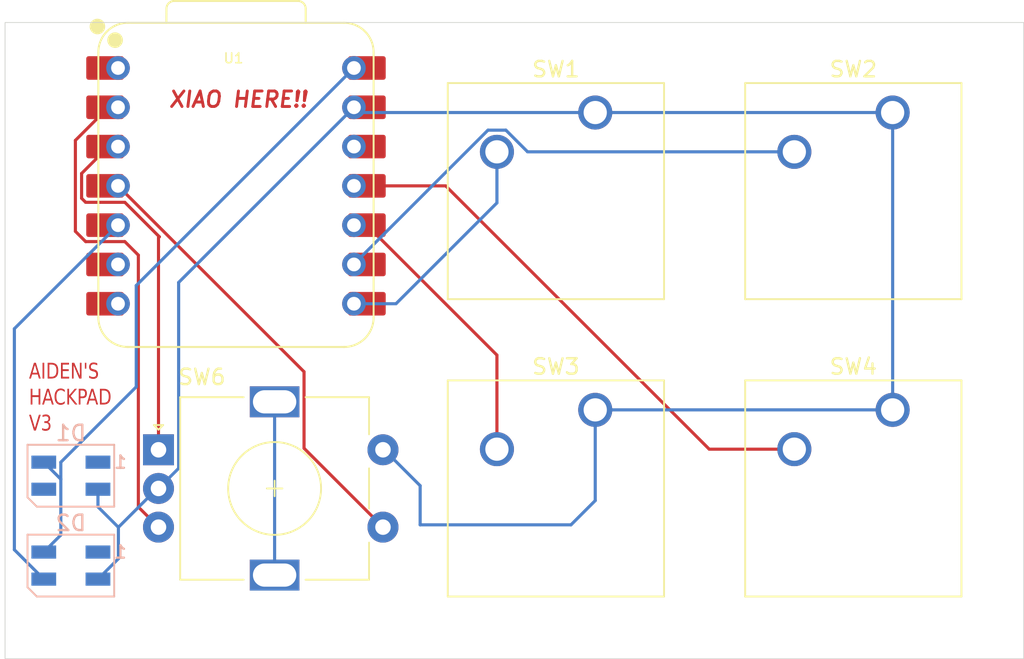
<source format=kicad_pcb>
(kicad_pcb (version 20241229) (generator "pcbnew") (generator_version "9.0")
  (layers (0 "F.Cu" signal) (2 "B.Cu" signal) (13 "F.Paste" user) (15 "B.Paste" user) (5 "F.SilkS" user "F.Silkscreen") (7 "B.SilkS" user "B.Silkscreen") (1 "F.Mask" user) (3 "B.Mask" user) (25 "Edge.Cuts" user))
  (net 0 "")
  (net 1 "GND")
  (net 3 "+5V")
  (net 5 "Net-(D2-DIN)")
  (net 7 "Net-(U1-GPIO1{slash}RX)")
  (net 8 "Net-(U1-GPIO2{slash}SCK)")
  (net 9 "Net-(U1-GPIO4{slash}MISO)")
  (net 10 "Net-(U1-GPIO3{slash}MOSI)")
  (net 14 "Net-(U1-GPIO27{slash}ADC1{slash}A1)")
  (net 15 "Net-(U1-GPIO29{slash}ADC3{slash}A3)")
  (net 16 "Net-(U1-GPIO28{slash}ADC2{slash}A2)")
  (net 18 "unconnected-(SW6-PadMP)")
  (footprint "Rotary_Encoder:RotaryEncoder_Alps_EC11E-Switch_Vertical_H20mm" (layer "F.Cu") (at 64.74 104.2)
    (property "Reference" "SW6" (at 2.8 -4.7 0) (layer "F.SilkS"))
    (property "Value" "RotaryEncoder_Switch_MP")
    (fp_line (start -0.3 -1.6) (end 0.3 -1.6) (stroke (width 0.12)) (layer "F.SilkS"))
    (fp_line (start 0 -1.3) (end -0.3 -1.6) (stroke (width 0.12)) (layer "F.SilkS"))
    (fp_line (start 0.3 -1.6) (end 0 -1.3) (stroke (width 0.12)) (layer "F.SilkS"))
    (fp_line (start 1.4 -3.4) (end 1.4 8.4) (stroke (width 0.12)) (layer "F.SilkS"))
    (fp_line (start 5.5 -3.4) (end 1.4 -3.4) (stroke (width 0.12)) (layer "F.SilkS"))
    (fp_line (start 5.5 8.4) (end 1.4 8.4) (stroke (width 0.12)) (layer "F.SilkS"))
    (fp_line (start 7 2.5) (end 8 2.5) (stroke (width 0.12)) (layer "F.SilkS"))
    (fp_line (start 7.5 2) (end 7.5 3) (stroke (width 0.12)) (layer "F.SilkS"))
    (fp_line (start 9.5 -3.4) (end 13.6 -3.4) (stroke (width 0.12)) (layer "F.SilkS"))
    (fp_line (start 13.6 -3.4) (end 13.6 -1) (stroke (width 0.12)) (layer "F.SilkS"))
    (fp_line (start 13.6 1.2) (end 13.6 3.8) (stroke (width 0.12)) (layer "F.SilkS"))
    (fp_line (start 13.6 6) (end 13.6 8.4) (stroke (width 0.12)) (layer "F.SilkS"))
    (fp_line (start 13.6 8.4) (end 9.5 8.4) (stroke (width 0.12)) (layer "F.SilkS"))
    (fp_circle (center 7.5 2.5) (end 10.5 2.5) (stroke (width 0.12)) (fill no) (layer "F.SilkS"))
    (pad "A" thru_hole rect (at 0 0) (size 2 2) (drill 1) (layers "*.Cu" "*.Mask") (net 16 "Net-(U1-GPIO28{slash}ADC2{slash}A2)"))
    (pad "B" thru_hole circle (at 0 5) (size 2 2) (drill 1) (layers "*.Cu" "*.Mask") (net 14 "Net-(U1-GPIO27{slash}ADC1{slash}A1)"))
    (pad "C" thru_hole circle (at 0 2.5) (size 2 2) (drill 1) (layers "*.Cu" "*.Mask") (net 1 "GND"))
    (pad "MP" thru_hole rect (at 7.5 -3.1) (size 3.2 2) (drill oval 2.8 1.5) (layers "*.Cu" "*.Mask") (net 18 "unconnected-(SW6-PadMP)"))
    (pad "MP" thru_hole rect (at 7.5 8.1) (size 3.2 2) (drill oval 2.8 1.5) (layers "*.Cu" "*.Mask") (net 18 "unconnected-(SW6-PadMP)"))
    (pad "S1" thru_hole circle (at 14.5 5) (size 2 2) (drill 1) (layers "*.Cu" "*.Mask") (net 15 "Net-(U1-GPIO29{slash}ADC3{slash}A3)"))
    (pad "S2" thru_hole circle (at 14.5 0) (size 2 2) (drill 1) (layers "*.Cu" "*.Mask") (net 1 "GND"))
  )
  (footprint "OPL:XIAO-RP2040-DIP" (layer "F.Cu") (at 69.745 87.14)
    (property "Reference" "U1" (at -0.16 -8.25 0) (layer "F.SilkS") (effects (font (size 0.635 0.635) (thickness 0.1016))))
    (property "Value" "XIAO-RP2040-DIP")
    (fp_line (start -8.89 8.509) (end -8.89 -8.636) (stroke (width 0.127)) (layer "F.SilkS"))
    (fp_line (start -6.985 10.414) (end 6.985 10.414) (stroke (width 0.127)) (layer "F.SilkS"))
    (fp_line (start -4.495 -10.541) (end -4.491272 -11.451272) (stroke (width 0.127)) (layer "F.SilkS"))
    (fp_line (start -3.991272 -11.951) (end 4.004 -11.951) (stroke (width 0.127)) (layer "F.SilkS"))
    (fp_line (start 4.504 -11.451) (end 4.504 -10.541) (stroke (width 0.127)) (layer "F.SilkS"))
    (fp_line (start 6.985 -10.541) (end -6.985 -10.541) (stroke (width 0.1)) (layer "F.SilkS"))
    (fp_line (start 6.985 -10.541) (end -6.985 -10.541) (stroke (width 0.127)) (layer "F.SilkS"))
    (fp_line (start 8.89 8.509) (end 8.89 -8.636) (stroke (width 0.127)) (layer "F.SilkS"))
    (fp_arc (start -8.89 -8.636) (mid -8.332038 -9.983038) (end -6.985 -10.541) (stroke (width 0.127)) (layer "F.SilkS"))
    (fp_arc (start -6.985 10.414) (mid -8.332038 9.856038) (end -8.89 8.509) (stroke (width 0.127)) (layer "F.SilkS"))
    (fp_arc (start -4.491272 -11.451272) (mid -4.344728 -11.80464) (end -3.991272 -11.951) (stroke (width 0.127)) (layer "F.SilkS"))
    (fp_arc (start 4.004 -11.951) (mid 4.357553 -11.804553) (end 4.504 -11.451) (stroke (width 0.127)) (layer "F.SilkS"))
    (fp_arc (start 6.985 -10.541) (mid 8.332038 -9.983038) (end 8.89 -8.636) (stroke (width 0.127)) (layer "F.SilkS"))
    (fp_arc (start 8.89 8.509) (mid 8.332038 9.856038) (end 6.985 10.414) (stroke (width 0.127)) (layer "F.SilkS"))
    (fp_circle (center -8.95 -10.3) (end -8.95 -10.554) (stroke (width 0.5)) (fill yes) (layer "F.SilkS"))
    (fp_circle (center -7.807 -9.42) (end -7.807 -9.674) (stroke (width 0.5)) (fill yes) (layer "F.SilkS"))
    (pad "1" smd roundrect (at -8.455 -7.62 180) (size 2.432 1.524) (layers "F.Cu" "F.Mask") (roundrect_rratio 0.1))
    (pad "1" thru_hole circle (at -7.62 -7.62 180) (size 1.524 1.524) (drill 0.889) (layers "*.Cu" "*.Mask"))
    (pad "2" smd roundrect (at -8.455 -5.08 180) (size 2.432 1.524) (layers "F.Cu" "F.Mask") (roundrect_rratio 0.1) (net 14 "Net-(U1-GPIO27{slash}ADC1{slash}A1)"))
    (pad "2" thru_hole circle (at -7.62 -5.08 180) (size 1.524 1.524) (drill 0.889) (layers "*.Cu" "*.Mask") (net 14 "Net-(U1-GPIO27{slash}ADC1{slash}A1)"))
    (pad "3" smd roundrect (at -8.455 -2.54 180) (size 2.432 1.524) (layers "F.Cu" "F.Mask") (roundrect_rratio 0.1) (net 16 "Net-(U1-GPIO28{slash}ADC2{slash}A2)"))
    (pad "3" thru_hole circle (at -7.62 -2.54 180) (size 1.524 1.524) (drill 0.889) (layers "*.Cu" "*.Mask") (net 16 "Net-(U1-GPIO28{slash}ADC2{slash}A2)"))
    (pad "4" smd roundrect (at -8.455 0 180) (size 2.432 1.524) (layers "F.Cu" "F.Mask") (roundrect_rratio 0.1) (net 15 "Net-(U1-GPIO29{slash}ADC3{slash}A3)"))
    (pad "4" thru_hole circle (at -7.62 0 180) (size 1.524 1.524) (drill 0.889) (layers "*.Cu" "*.Mask") (net 15 "Net-(U1-GPIO29{slash}ADC3{slash}A3)"))
    (pad "5" smd roundrect (at -8.455 2.54 180) (size 2.432 1.524) (layers "F.Cu" "F.Mask") (roundrect_rratio 0.1) (net 5 "Net-(D2-DIN)"))
    (pad "5" thru_hole circle (at -7.62 2.54 180) (size 1.524 1.524) (drill 0.889) (layers "*.Cu" "*.Mask") (net 5 "Net-(D2-DIN)"))
    (pad "6" smd roundrect (at -8.455 5.08 180) (size 2.432 1.524) (layers "F.Cu" "F.Mask") (roundrect_rratio 0.1))
    (pad "6" thru_hole circle (at -7.62 5.08 180) (size 1.524 1.524) (drill 0.889) (layers "*.Cu" "*.Mask"))
    (pad "7" smd roundrect (at -8.455 7.62 180) (size 2.432 1.524) (layers "F.Cu" "F.Mask") (roundrect_rratio 0.1))
    (pad "7" thru_hole circle (at -7.62 7.62 180) (size 1.524 1.524) (drill 0.889) (layers "*.Cu" "*.Mask"))
    (pad "8" thru_hole circle (at 7.62 7.62) (size 1.524 1.524) (drill 0.889) (layers "*.Cu" "*.Mask") (net 7 "Net-(U1-GPIO1{slash}RX)"))
    (pad "8" smd roundrect (at 8.455 7.62) (size 2.432 1.524) (layers "F.Cu" "F.Mask") (roundrect_rratio 0.1) (net 7 "Net-(U1-GPIO1{slash}RX)"))
    (pad "9" thru_hole circle (at 7.62 5.08) (size 1.524 1.524) (drill 0.889) (layers "*.Cu" "*.Mask") (net 8 "Net-(U1-GPIO2{slash}SCK)"))
    (pad "9" smd roundrect (at 8.455 5.08) (size 2.432 1.524) (layers "F.Cu" "F.Mask") (roundrect_rratio 0.1) (net 8 "Net-(U1-GPIO2{slash}SCK)"))
    (pad "10" thru_hole circle (at 7.62 2.54) (size 1.524 1.524) (drill 0.889) (layers "*.Cu" "*.Mask") (net 9 "Net-(U1-GPIO4{slash}MISO)"))
    (pad "10" smd roundrect (at 8.455 2.54) (size 2.432 1.524) (layers "F.Cu" "F.Mask") (roundrect_rratio 0.1) (net 9 "Net-(U1-GPIO4{slash}MISO)"))
    (pad "11" thru_hole circle (at 7.62 0) (size 1.524 1.524) (drill 0.889) (layers "*.Cu" "*.Mask") (net 10 "Net-(U1-GPIO3{slash}MOSI)"))
    (pad "11" smd roundrect (at 8.455 0) (size 2.432 1.524) (layers "F.Cu" "F.Mask") (roundrect_rratio 0.1) (net 10 "Net-(U1-GPIO3{slash}MOSI)"))
    (pad "12" thru_hole circle (at 7.62 -2.54) (size 1.524 1.524) (drill 0.889) (layers "*.Cu" "*.Mask"))
    (pad "12" smd roundrect (at 8.455 -2.54) (size 2.432 1.524) (layers "F.Cu" "F.Mask") (roundrect_rratio 0.1))
    (pad "13" thru_hole circle (at 7.62 -5.08) (size 1.524 1.524) (drill 0.889) (layers "*.Cu" "*.Mask") (net 1 "GND"))
    (pad "13" smd roundrect (at 8.455 -5.08) (size 2.432 1.524) (layers "F.Cu" "F.Mask") (roundrect_rratio 0.1) (net 1 "GND"))
    (pad "14" thru_hole circle (at 7.62 -7.62) (size 1.524 1.524) (drill 0.889) (layers "*.Cu" "*.Mask") (net 3 "+5V"))
    (pad "14" smd roundrect (at 8.455 -7.62) (size 2.432 1.524) (layers "F.Cu" "F.Mask") (roundrect_rratio 0.1) (net 3 "+5V"))
  )
  (footprint "Button_Switch_Keyboard:SW_Cherry_MX_1.00u_PCB" (layer "F.Cu") (at 92.95 101.62)
    (property "Reference" "SW3" (at -2.54 -2.794 0) (layer "F.SilkS"))
    (property "Value" "SW_Push")
    (fp_line (start -9.525 -1.905) (end 4.445 -1.905) (stroke (width 0.12)) (layer "F.SilkS"))
    (fp_line (start -9.525 12.065) (end -9.525 -1.905) (stroke (width 0.12)) (layer "F.SilkS"))
    (fp_line (start 4.445 -1.905) (end 4.445 12.065) (stroke (width 0.12)) (layer "F.SilkS"))
    (fp_line (start 4.445 12.065) (end -9.525 12.065) (stroke (width 0.12)) (layer "F.SilkS"))
    (pad "" np_thru_hole circle (at -7.62 5.08) (size 1.7 1.7) (drill 1.7) (layers "*.Cu" "*.Mask"))
    (pad "" np_thru_hole circle (at -2.54 5.08) (size 4 4) (drill 4) (layers "*.Cu" "*.Mask"))
    (pad "" np_thru_hole circle (at 2.54 5.08) (size 1.7 1.7) (drill 1.7) (layers "*.Cu" "*.Mask"))
    (pad "1" thru_hole circle (at 0 0) (size 2.2 2.2) (drill 1.5) (layers "*.Cu" "*.Mask") (net 1 "GND"))
    (pad "2" thru_hole circle (at -6.35 2.54) (size 2.2 2.2) (drill 1.5) (layers "*.Cu" "*.Mask") (net 9 "Net-(U1-GPIO4{slash}MISO)"))
  )
  (footprint "Button_Switch_Keyboard:SW_Cherry_MX_1.00u_PCB" (layer "F.Cu") (at 112.16 101.62)
    (property "Reference" "SW4" (at -2.54 -2.794 0) (layer "F.SilkS"))
    (property "Value" "SW_Push")
    (fp_line (start -9.525 -1.905) (end 4.445 -1.905) (stroke (width 0.12)) (layer "F.SilkS"))
    (fp_line (start -9.525 12.065) (end -9.525 -1.905) (stroke (width 0.12)) (layer "F.SilkS"))
    (fp_line (start 4.445 -1.905) (end 4.445 12.065) (stroke (width 0.12)) (layer "F.SilkS"))
    (fp_line (start 4.445 12.065) (end -9.525 12.065) (stroke (width 0.12)) (layer "F.SilkS"))
    (pad "" np_thru_hole circle (at -7.62 5.08) (size 1.7 1.7) (drill 1.7) (layers "*.Cu" "*.Mask"))
    (pad "" np_thru_hole circle (at -2.54 5.08) (size 4 4) (drill 4) (layers "*.Cu" "*.Mask"))
    (pad "" np_thru_hole circle (at 2.54 5.08) (size 1.7 1.7) (drill 1.7) (layers "*.Cu" "*.Mask"))
    (pad "1" thru_hole circle (at 0 0) (size 2.2 2.2) (drill 1.5) (layers "*.Cu" "*.Mask") (net 1 "GND"))
    (pad "2" thru_hole circle (at -6.35 2.54) (size 2.2 2.2) (drill 1.5) (layers "*.Cu" "*.Mask") (net 10 "Net-(U1-GPIO3{slash}MOSI)"))
  )
  (footprint "Button_Switch_Keyboard:SW_Cherry_MX_1.00u_PCB" (layer "F.Cu") (at 112.16 82.4)
    (property "Reference" "SW2" (at -2.54 -2.794 0) (layer "F.SilkS"))
    (property "Value" "SW_Push")
    (fp_line (start -9.525 -1.905) (end 4.445 -1.905) (stroke (width 0.12)) (layer "F.SilkS"))
    (fp_line (start -9.525 12.065) (end -9.525 -1.905) (stroke (width 0.12)) (layer "F.SilkS"))
    (fp_line (start 4.445 -1.905) (end 4.445 12.065) (stroke (width 0.12)) (layer "F.SilkS"))
    (fp_line (start 4.445 12.065) (end -9.525 12.065) (stroke (width 0.12)) (layer "F.SilkS"))
    (pad "" np_thru_hole circle (at -7.62 5.08) (size 1.7 1.7) (drill 1.7) (layers "*.Cu" "*.Mask"))
    (pad "" np_thru_hole circle (at -2.54 5.08) (size 4 4) (drill 4) (layers "*.Cu" "*.Mask"))
    (pad "" np_thru_hole circle (at 2.54 5.08) (size 1.7 1.7) (drill 1.7) (layers "*.Cu" "*.Mask"))
    (pad "1" thru_hole circle (at 0 0) (size 2.2 2.2) (drill 1.5) (layers "*.Cu" "*.Mask") (net 1 "GND"))
    (pad "2" thru_hole circle (at -6.35 2.54) (size 2.2 2.2) (drill 1.5) (layers "*.Cu" "*.Mask") (net 8 "Net-(U1-GPIO2{slash}SCK)"))
  )
  (footprint "Button_Switch_Keyboard:SW_Cherry_MX_1.00u_PCB" (layer "F.Cu") (at 92.95 82.4)
    (property "Reference" "SW1" (at -2.54 -2.794 0) (layer "F.SilkS"))
    (property "Value" "SW_Push")
    (fp_line (start -9.525 -1.905) (end 4.445 -1.905) (stroke (width 0.12)) (layer "F.SilkS"))
    (fp_line (start -9.525 12.065) (end -9.525 -1.905) (stroke (width 0.12)) (layer "F.SilkS"))
    (fp_line (start 4.445 -1.905) (end 4.445 12.065) (stroke (width 0.12)) (layer "F.SilkS"))
    (fp_line (start 4.445 12.065) (end -9.525 12.065) (stroke (width 0.12)) (layer "F.SilkS"))
    (pad "" np_thru_hole circle (at -7.62 5.08) (size 1.7 1.7) (drill 1.7) (layers "*.Cu" "*.Mask"))
    (pad "" np_thru_hole circle (at -2.54 5.08) (size 4 4) (drill 4) (layers "*.Cu" "*.Mask"))
    (pad "" np_thru_hole circle (at 2.54 5.08) (size 1.7 1.7) (drill 1.7) (layers "*.Cu" "*.Mask"))
    (pad "1" thru_hole circle (at 0 0) (size 2.2 2.2) (drill 1.5) (layers "*.Cu" "*.Mask") (net 1 "GND"))
    (pad "2" thru_hole circle (at -6.35 2.54) (size 2.2 2.2) (drill 1.5) (layers "*.Cu" "*.Mask") (net 7 "Net-(U1-GPIO1{slash}RX)"))
  )
  (footprint "LED_SMD:LED_SK6812MINI_PLCC4_3.5x3.5mm_P1.75mm" (layer "B.Cu") (at 59.08 105.875 180)
    (property "Reference" "D1" (at 0 2.75 0) (layer "B.SilkS") (effects (justify mirror)))
    (property "Value" "SK6812MINI")
    (fp_line (start 2.8 -1.4) (end 2.8 2) (stroke (width 0.12)) (layer "B.SilkS"))
    (fp_line (start 2.8 -1.4) (end 2.2 -2) (stroke (width 0.12)) (layer "B.SilkS"))
    (fp_line (start -2.8 2) (end 2.8 2) (stroke (width 0.12)) (layer "B.SilkS"))
    (fp_line (start -2.8 2) (end -2.8 -2) (stroke (width 0.12)) (layer "B.SilkS"))
    (fp_line (start -2.8 -2) (end 2.2 -2) (stroke (width 0.12)) (layer "B.SilkS"))
    (fp_text user "1" (at -3.2 0.875 0) (layer "B.SilkS") (effects (font (size 0.8 0.8)) (justify mirror)))
    (pad "1" smd rect (at -1.75 0.875 180) (size 1.6 0.85) (layers "B.Cu" "B.Mask" "B.Paste"))
    (pad "2" smd rect (at -1.75 -0.875 180) (size 1.6 0.85) (layers "B.Cu" "B.Mask" "B.Paste") (net 1 "GND"))
    (pad "3" smd rect (at 1.75 -0.875 180) (size 1.6 0.85) (layers "B.Cu" "B.Mask" "B.Paste"))
    (pad "4" smd rect (at 1.75 0.875 180) (size 1.6 0.85) (layers "B.Cu" "B.Mask" "B.Paste") (net 3 "+5V"))
  )
  (footprint "LED_SMD:LED_SK6812MINI_PLCC4_3.5x3.5mm_P1.75mm" (layer "B.Cu") (at 59.08 111.685 180)
    (property "Reference" "D2" (at 0 2.75 0) (layer "B.SilkS") (effects (justify mirror)))
    (property "Value" "SK6812MINI")
    (fp_line (start 2.8 -1.4) (end 2.8 2) (stroke (width 0.12)) (layer "B.SilkS"))
    (fp_line (start 2.8 -1.4) (end 2.2 -2) (stroke (width 0.12)) (layer "B.SilkS"))
    (fp_line (start -2.8 2) (end 2.8 2) (stroke (width 0.12)) (layer "B.SilkS"))
    (fp_line (start -2.8 2) (end -2.8 -2) (stroke (width 0.12)) (layer "B.SilkS"))
    (fp_line (start -2.8 -2) (end 2.2 -2) (stroke (width 0.12)) (layer "B.SilkS"))
    (fp_text user "1" (at -3.2 0.875 0) (layer "B.SilkS") (effects (font (size 0.8 0.8)) (justify mirror)))
    (pad "1" smd rect (at -1.75 0.875 180) (size 1.6 0.85) (layers "B.Cu" "B.Mask" "B.Paste"))
    (pad "2" smd rect (at -1.75 -0.875 180) (size 1.6 0.85) (layers "B.Cu" "B.Mask" "B.Paste") (net 1 "GND"))
    (pad "3" smd rect (at 1.75 -0.875 180) (size 1.6 0.85) (layers "B.Cu" "B.Mask" "B.Paste") (net 5 "Net-(D2-DIN)"))
    (pad "4" smd rect (at 1.75 0.875 180) (size 1.6 0.85) (layers "B.Cu" "B.Mask" "B.Paste") (net 3 "+5V"))
  )
  (gr_rect (start 54.83 76.58) (end 120.625 117.705) (stroke (width 0.05)) (fill no) (layer "Edge.Cuts"))
  (gr_text "AIDEN'S\nHACKPAD\nV3\n" (at 56.375 103.125 0) (layer "F.Cu") (effects (font (size 1 0.8) (thickness 0.1875) (italic yes)) (justify left bottom)))
  (gr_text "XIAO HERE!!" (at 65.33 82.14 0) (layer "F.Cu") (effects (font (size 1 1) (thickness 0.1875) (italic yes)) (justify left bottom)))
  (segment (start 79.24 104.12) (end 81.641 106.521) (width 0.2) (layer "B.Cu") (net 1))
  (segment (start 66.041 93.384) (end 66.041 105.399) (width 0.2) (layer "B.Cu") (net 1))
  (segment (start 60.83 107.89) (end 62.15 109.21) (width 0.2) (layer "B.Cu") (net 1))
  (segment (start 60.83 112.56) (end 62.15 111.24) (width 0.2) (layer "B.Cu") (net 1))
  (segment (start 62.15 111.24) (end 62.15 109.21) (width 0.2) (layer "B.Cu") (net 1))
  (segment (start 92.95 107.484816) (end 92.95 101.62) (width 0.2) (layer "B.Cu") (net 1))
  (segment (start 112.16 82.4) (end 77.705 82.4) (width 0.2) (layer "B.Cu") (net 1))
  (segment (start 66.041 105.399) (end 64.74 106.7) (width 0.2) (layer "B.Cu") (net 1))
  (segment (start 112.16 82.4) (end 112.16 101.62) (width 0.2) (layer "B.Cu") (net 1))
  (segment (start 60.83 106.75) (end 60.83 107.89) (width 0.2) (layer "B.Cu") (net 1))
  (segment (start 77.705 82.4) (end 77.365 82.06) (width 0.2) (layer "B.Cu") (net 1))
  (segment (start 64.66 106.7) (end 62.15 109.21) (width 0.2) (layer "B.Cu") (net 1))
  (segment (start 81.641 109.051) (end 91.383816 109.051) (width 0.2) (layer "B.Cu") (net 1))
  (segment (start 92.95 101.62) (end 112.16 101.62) (width 0.2) (layer "B.Cu") (net 1))
  (segment (start 66.041 93.384) (end 77.365 82.06) (width 0.2) (layer "B.Cu") (net 1))
  (segment (start 81.641 106.521) (end 81.641 109.051) (width 0.2) (layer "B.Cu") (net 1))
  (segment (start 91.383816 109.051) (end 92.95 107.484816) (width 0.2) (layer "B.Cu") (net 1))
  (segment (start 64.74 106.7) (end 64.66 106.7) (width 0.2) (layer "B.Cu") (net 1))
  (segment (start 63.303 93.582) (end 77.365 79.52) (width 0.2) (layer "B.Cu") (net 3))
  (segment (start 58.431 105.004) (end 63.303 100.132) (width 0.2) (layer "B.Cu") (net 3))
  (segment (start 58.431 109.709) (end 57.33 110.81) (width 0.2) (layer "B.Cu") (net 3))
  (segment (start 58.431 106.101) (end 58.431 109.709) (width 0.2) (layer "B.Cu") (net 3))
  (segment (start 57.33 105) (end 58.431 106.101) (width 0.2) (layer "B.Cu") (net 3))
  (segment (start 58.431 106.101) (end 58.431 105.004) (width 0.2) (layer "B.Cu") (net 3))
  (segment (start 63.303 100.132) (end 63.303 93.582) (width 0.2) (layer "B.Cu") (net 3))
  (segment (start 57.33 112.56) (end 55.431 110.661) (width 0.2) (layer "B.Cu") (net 5))
  (segment (start 55.431 110.661) (end 55.431 96.374) (width 0.2) (layer "B.Cu") (net 5))
  (segment (start 55.431 96.374) (end 62.125 89.68) (width 0.2) (layer "B.Cu") (net 5))
  (segment (start 80.08 94.76) (end 77.365 94.76) (width 0.2) (layer "B.Cu") (net 7))
  (segment (start 86.6 84.94) (end 86.6 88.24) (width 0.2) (layer "B.Cu") (net 7))
  (segment (start 86.6 88.24) (end 80.08 94.76) (width 0.2) (layer "B.Cu") (net 7))
  (segment (start 105.81 84.94) (end 88.581314 84.94) (width 0.2) (layer "B.Cu") (net 8))
  (segment (start 86.019686 83.539) (end 77.365 92.193686) (width 0.2) (layer "B.Cu") (net 8))
  (segment (start 88.581314 84.94) (end 87.180314 83.539) (width 0.2) (layer "B.Cu") (net 8))
  (segment (start 87.180314 83.539) (end 86.019686 83.539) (width 0.2) (layer "B.Cu") (net 8))
  (segment (start 77.365 92.193686) (end 77.365 92.22) (width 0.2) (layer "B.Cu") (net 8))
  (segment (start 86.6 98.08) (end 78.2 89.68) (width 0.2) (layer "F.Cu") (net 9))
  (segment (start 86.6 104.16) (end 86.6 98.08) (width 0.2) (layer "F.Cu") (net 9))
  (segment (start 83.29153 87.14) (end 78.2 87.14) (width 0.2) (layer "F.Cu") (net 10))
  (segment (start 100.31153 104.16) (end 83.29153 87.14) (width 0.2) (layer "F.Cu") (net 10))
  (segment (start 105.81 104.16) (end 100.31153 104.16) (width 0.2) (layer "F.Cu") (net 10))
  (segment (start 59.372 90.080626) (end 60.034374 90.743) (width 0.2) (layer "F.Cu") (net 14))
  (segment (start 62.56531 90.743) (end 63.439 91.61669) (width 0.2) (layer "F.Cu") (net 14))
  (segment (start 60.034374 90.743) (end 62.56531 90.743) (width 0.2) (layer "F.Cu") (net 14))
  (segment (start 62.125 82.06) (end 61.511374 82.06) (width 0.2) (layer "F.Cu") (net 14))
  (segment (start 59.372 84.199374) (end 59.372 90.080626) (width 0.2) (layer "F.Cu") (net 14))
  (segment (start 61.511374 82.06) (end 59.372 84.199374) (width 0.2) (layer "F.Cu") (net 14))
  (segment (start 63.439 91.61669) (end 63.439 107.899) (width 0.2) (layer "F.Cu") (net 14))
  (segment (start 63.439 107.899) (end 64.74 109.2) (width 0.2) (layer "F.Cu") (net 14))
  (segment (start 74.141 99.156) (end 74.141 104.101) (width 0.2) (layer "F.Cu") (net 15))
  (segment (start 62.125 87.14) (end 74.141 99.156) (width 0.2) (layer "F.Cu") (net 15))
  (segment (start 74.141 104.101) (end 79.24 109.2) (width 0.2) (layer "F.Cu") (net 15))
  (segment (start 59.773 86.338374) (end 61.511374 84.6) (width 0.2) (layer "F.Cu") (net 16))
  (segment (start 64.79559 90.43328) (end 62.56531 88.203) (width 0.2) (layer "F.Cu") (net 16))
  (segment (start 64.79559 90.43328) (end 64.74 90.48887) (width 0.2) (layer "F.Cu") (net 16))
  (segment (start 60.034374 88.203) (end 59.773 87.941626) (width 0.2) (layer "F.Cu") (net 16))
  (segment (start 61.511374 84.6) (end 62.125 84.6) (width 0.2) (layer "F.Cu") (net 16))
  (segment (start 64.74 104.12) (end 64.79559 104.06441) (width 0.2) (layer "F.Cu") (net 16))
  (segment (start 62.56531 88.203) (end 60.034374 88.203) (width 0.2) (layer "F.Cu") (net 16))
  (segment (start 64.74 90.48887) (end 64.74 104.2) (width 0.2) (layer "F.Cu") (net 16))
  (segment (start 59.773 87.941626) (end 59.773 86.338374) (width 0.2) (layer "F.Cu") (net 16))
  (segment (start 72.24 101.02) (end 72.22 101) (width 0.2) (layer "F.Cu") (net 18))
  (segment (start 72.24 101.1) (end 72.24 112.3) (width 0.2) (layer "B.Cu") (net 18))
)
</source>
